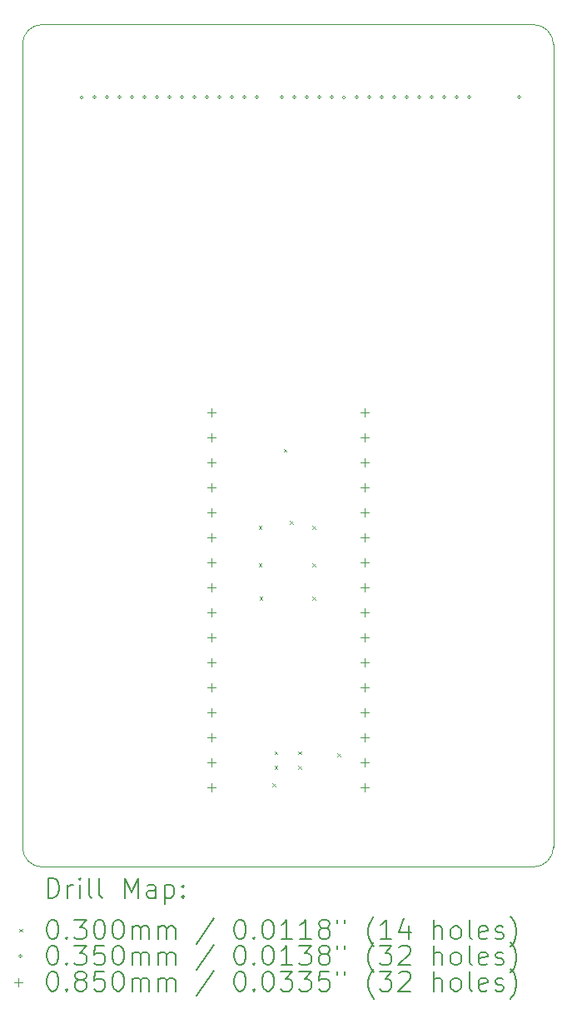
<source format=gbr>
%TF.GenerationSoftware,KiCad,Pcbnew,7.0.8*%
%TF.CreationDate,2023-11-19T22:04:54+01:00*%
%TF.ProjectId,ProtoHu_revA_layer1,50726f74-6f48-4755-9f72-6576415f6c61,rev?*%
%TF.SameCoordinates,Original*%
%TF.FileFunction,Drillmap*%
%TF.FilePolarity,Positive*%
%FSLAX45Y45*%
G04 Gerber Fmt 4.5, Leading zero omitted, Abs format (unit mm)*
G04 Created by KiCad (PCBNEW 7.0.8) date 2023-11-19 22:04:54*
%MOMM*%
%LPD*%
G01*
G04 APERTURE LIST*
%ADD10C,0.050000*%
%ADD11C,0.200000*%
%ADD12C,0.030000*%
%ADD13C,0.035000*%
%ADD14C,0.085000*%
G04 APERTURE END LIST*
D10*
X17548860Y-14580260D02*
X17548860Y-6420460D01*
X12151360Y-14580260D02*
G75*
G03*
X12351360Y-14780260I200000J0D01*
G01*
X12351360Y-6220460D02*
G75*
G03*
X12151360Y-6420460I0J-200000D01*
G01*
X17348860Y-14780260D02*
G75*
G03*
X17548860Y-14580260I0J200000D01*
G01*
X12351360Y-14780260D02*
X17348860Y-14780260D01*
X12151360Y-6420460D02*
X12151360Y-14580260D01*
X17548860Y-6420460D02*
G75*
G03*
X17348860Y-6220460I-200000J0D01*
G01*
X17348860Y-6220460D02*
X12351360Y-6220460D01*
D11*
D12*
X14551900Y-11313400D02*
X14581900Y-11343400D01*
X14581900Y-11313400D02*
X14551900Y-11343400D01*
X14551900Y-11694400D02*
X14581900Y-11724400D01*
X14581900Y-11694400D02*
X14551900Y-11724400D01*
X14560000Y-12035000D02*
X14590000Y-12065000D01*
X14590000Y-12035000D02*
X14560000Y-12065000D01*
X14691600Y-13929600D02*
X14721600Y-13959600D01*
X14721600Y-13929600D02*
X14691600Y-13959600D01*
X14715000Y-13605000D02*
X14745000Y-13635000D01*
X14745000Y-13605000D02*
X14715000Y-13635000D01*
X14715000Y-13755000D02*
X14745000Y-13785000D01*
X14745000Y-13755000D02*
X14715000Y-13785000D01*
X14809000Y-10532060D02*
X14839000Y-10562060D01*
X14839000Y-10532060D02*
X14809000Y-10562060D01*
X14869400Y-11262600D02*
X14899400Y-11292600D01*
X14899400Y-11262600D02*
X14869400Y-11292600D01*
X14955000Y-13605000D02*
X14985000Y-13635000D01*
X14985000Y-13605000D02*
X14955000Y-13635000D01*
X14955000Y-13755000D02*
X14985000Y-13785000D01*
X14985000Y-13755000D02*
X14955000Y-13785000D01*
X15098000Y-11313400D02*
X15128000Y-11343400D01*
X15128000Y-11313400D02*
X15098000Y-11343400D01*
X15098000Y-11694400D02*
X15128000Y-11724400D01*
X15128000Y-11694400D02*
X15098000Y-11724400D01*
X15098000Y-12035000D02*
X15128000Y-12065000D01*
X15128000Y-12035000D02*
X15098000Y-12065000D01*
X15352000Y-13624800D02*
X15382000Y-13654800D01*
X15382000Y-13624800D02*
X15352000Y-13654800D01*
D13*
X12768300Y-6959600D02*
G75*
G03*
X12768300Y-6959600I-17500J0D01*
G01*
X12897840Y-6957060D02*
G75*
G03*
X12897840Y-6957060I-17500J0D01*
G01*
X13024840Y-6957060D02*
G75*
G03*
X13024840Y-6957060I-17500J0D01*
G01*
X13151840Y-6957060D02*
G75*
G03*
X13151840Y-6957060I-17500J0D01*
G01*
X13278840Y-6957060D02*
G75*
G03*
X13278840Y-6957060I-17500J0D01*
G01*
X13405840Y-6957060D02*
G75*
G03*
X13405840Y-6957060I-17500J0D01*
G01*
X13532840Y-6957060D02*
G75*
G03*
X13532840Y-6957060I-17500J0D01*
G01*
X13659840Y-6957060D02*
G75*
G03*
X13659840Y-6957060I-17500J0D01*
G01*
X13786840Y-6957060D02*
G75*
G03*
X13786840Y-6957060I-17500J0D01*
G01*
X13913840Y-6957060D02*
G75*
G03*
X13913840Y-6957060I-17500J0D01*
G01*
X14040840Y-6957060D02*
G75*
G03*
X14040840Y-6957060I-17500J0D01*
G01*
X14167840Y-6957060D02*
G75*
G03*
X14167840Y-6957060I-17500J0D01*
G01*
X14294840Y-6957060D02*
G75*
G03*
X14294840Y-6957060I-17500J0D01*
G01*
X14421840Y-6957060D02*
G75*
G03*
X14421840Y-6957060I-17500J0D01*
G01*
X14548840Y-6957060D02*
G75*
G03*
X14548840Y-6957060I-17500J0D01*
G01*
X14802840Y-6957060D02*
G75*
G03*
X14802840Y-6957060I-17500J0D01*
G01*
X14929840Y-6957060D02*
G75*
G03*
X14929840Y-6957060I-17500J0D01*
G01*
X15056840Y-6957060D02*
G75*
G03*
X15056840Y-6957060I-17500J0D01*
G01*
X15183840Y-6957060D02*
G75*
G03*
X15183840Y-6957060I-17500J0D01*
G01*
X15310840Y-6957060D02*
G75*
G03*
X15310840Y-6957060I-17500J0D01*
G01*
X15435300Y-6959600D02*
G75*
G03*
X15435300Y-6959600I-17500J0D01*
G01*
X15564840Y-6957060D02*
G75*
G03*
X15564840Y-6957060I-17500J0D01*
G01*
X15691840Y-6957060D02*
G75*
G03*
X15691840Y-6957060I-17500J0D01*
G01*
X15818840Y-6957060D02*
G75*
G03*
X15818840Y-6957060I-17500J0D01*
G01*
X15945840Y-6957060D02*
G75*
G03*
X15945840Y-6957060I-17500J0D01*
G01*
X16072840Y-6957060D02*
G75*
G03*
X16072840Y-6957060I-17500J0D01*
G01*
X16199840Y-6957060D02*
G75*
G03*
X16199840Y-6957060I-17500J0D01*
G01*
X16326840Y-6957060D02*
G75*
G03*
X16326840Y-6957060I-17500J0D01*
G01*
X16453840Y-6957060D02*
G75*
G03*
X16453840Y-6957060I-17500J0D01*
G01*
X16580840Y-6957060D02*
G75*
G03*
X16580840Y-6957060I-17500J0D01*
G01*
X16707840Y-6957060D02*
G75*
G03*
X16707840Y-6957060I-17500J0D01*
G01*
X17215840Y-6957060D02*
G75*
G03*
X17215840Y-6957060I-17500J0D01*
G01*
D14*
X14071600Y-10117500D02*
X14071600Y-10202500D01*
X14029100Y-10160000D02*
X14114100Y-10160000D01*
X14071600Y-10371500D02*
X14071600Y-10456500D01*
X14029100Y-10414000D02*
X14114100Y-10414000D01*
X14071600Y-10625500D02*
X14071600Y-10710500D01*
X14029100Y-10668000D02*
X14114100Y-10668000D01*
X14071600Y-10879500D02*
X14071600Y-10964500D01*
X14029100Y-10922000D02*
X14114100Y-10922000D01*
X14071600Y-11133500D02*
X14071600Y-11218500D01*
X14029100Y-11176000D02*
X14114100Y-11176000D01*
X14071600Y-11387500D02*
X14071600Y-11472500D01*
X14029100Y-11430000D02*
X14114100Y-11430000D01*
X14071600Y-11641500D02*
X14071600Y-11726500D01*
X14029100Y-11684000D02*
X14114100Y-11684000D01*
X14071600Y-11895500D02*
X14071600Y-11980500D01*
X14029100Y-11938000D02*
X14114100Y-11938000D01*
X14071600Y-12149500D02*
X14071600Y-12234500D01*
X14029100Y-12192000D02*
X14114100Y-12192000D01*
X14071600Y-12403500D02*
X14071600Y-12488500D01*
X14029100Y-12446000D02*
X14114100Y-12446000D01*
X14071600Y-12657500D02*
X14071600Y-12742500D01*
X14029100Y-12700000D02*
X14114100Y-12700000D01*
X14071600Y-12911500D02*
X14071600Y-12996500D01*
X14029100Y-12954000D02*
X14114100Y-12954000D01*
X14071600Y-13165500D02*
X14071600Y-13250500D01*
X14029100Y-13208000D02*
X14114100Y-13208000D01*
X14071600Y-13419500D02*
X14071600Y-13504500D01*
X14029100Y-13462000D02*
X14114100Y-13462000D01*
X14071600Y-13673500D02*
X14071600Y-13758500D01*
X14029100Y-13716000D02*
X14114100Y-13716000D01*
X14071600Y-13927500D02*
X14071600Y-14012500D01*
X14029100Y-13970000D02*
X14114100Y-13970000D01*
X15627400Y-10117500D02*
X15627400Y-10202500D01*
X15584900Y-10160000D02*
X15669900Y-10160000D01*
X15627400Y-10371500D02*
X15627400Y-10456500D01*
X15584900Y-10414000D02*
X15669900Y-10414000D01*
X15627400Y-10625500D02*
X15627400Y-10710500D01*
X15584900Y-10668000D02*
X15669900Y-10668000D01*
X15627400Y-10879500D02*
X15627400Y-10964500D01*
X15584900Y-10922000D02*
X15669900Y-10922000D01*
X15627400Y-11133500D02*
X15627400Y-11218500D01*
X15584900Y-11176000D02*
X15669900Y-11176000D01*
X15627400Y-11387500D02*
X15627400Y-11472500D01*
X15584900Y-11430000D02*
X15669900Y-11430000D01*
X15627400Y-11641500D02*
X15627400Y-11726500D01*
X15584900Y-11684000D02*
X15669900Y-11684000D01*
X15627400Y-11895500D02*
X15627400Y-11980500D01*
X15584900Y-11938000D02*
X15669900Y-11938000D01*
X15627400Y-12149500D02*
X15627400Y-12234500D01*
X15584900Y-12192000D02*
X15669900Y-12192000D01*
X15627400Y-12403500D02*
X15627400Y-12488500D01*
X15584900Y-12446000D02*
X15669900Y-12446000D01*
X15627400Y-12657500D02*
X15627400Y-12742500D01*
X15584900Y-12700000D02*
X15669900Y-12700000D01*
X15627400Y-12911500D02*
X15627400Y-12996500D01*
X15584900Y-12954000D02*
X15669900Y-12954000D01*
X15627400Y-13165500D02*
X15627400Y-13250500D01*
X15584900Y-13208000D02*
X15669900Y-13208000D01*
X15627400Y-13419500D02*
X15627400Y-13504500D01*
X15584900Y-13462000D02*
X15669900Y-13462000D01*
X15627400Y-13673500D02*
X15627400Y-13758500D01*
X15584900Y-13716000D02*
X15669900Y-13716000D01*
X15627400Y-13927500D02*
X15627400Y-14012500D01*
X15584900Y-13970000D02*
X15669900Y-13970000D01*
D11*
X12409637Y-15094244D02*
X12409637Y-14894244D01*
X12409637Y-14894244D02*
X12457256Y-14894244D01*
X12457256Y-14894244D02*
X12485827Y-14903768D01*
X12485827Y-14903768D02*
X12504875Y-14922815D01*
X12504875Y-14922815D02*
X12514399Y-14941863D01*
X12514399Y-14941863D02*
X12523922Y-14979958D01*
X12523922Y-14979958D02*
X12523922Y-15008529D01*
X12523922Y-15008529D02*
X12514399Y-15046625D01*
X12514399Y-15046625D02*
X12504875Y-15065672D01*
X12504875Y-15065672D02*
X12485827Y-15084720D01*
X12485827Y-15084720D02*
X12457256Y-15094244D01*
X12457256Y-15094244D02*
X12409637Y-15094244D01*
X12609637Y-15094244D02*
X12609637Y-14960910D01*
X12609637Y-14999006D02*
X12619161Y-14979958D01*
X12619161Y-14979958D02*
X12628684Y-14970434D01*
X12628684Y-14970434D02*
X12647732Y-14960910D01*
X12647732Y-14960910D02*
X12666780Y-14960910D01*
X12733446Y-15094244D02*
X12733446Y-14960910D01*
X12733446Y-14894244D02*
X12723922Y-14903768D01*
X12723922Y-14903768D02*
X12733446Y-14913291D01*
X12733446Y-14913291D02*
X12742970Y-14903768D01*
X12742970Y-14903768D02*
X12733446Y-14894244D01*
X12733446Y-14894244D02*
X12733446Y-14913291D01*
X12857256Y-15094244D02*
X12838208Y-15084720D01*
X12838208Y-15084720D02*
X12828684Y-15065672D01*
X12828684Y-15065672D02*
X12828684Y-14894244D01*
X12962018Y-15094244D02*
X12942970Y-15084720D01*
X12942970Y-15084720D02*
X12933446Y-15065672D01*
X12933446Y-15065672D02*
X12933446Y-14894244D01*
X13190589Y-15094244D02*
X13190589Y-14894244D01*
X13190589Y-14894244D02*
X13257256Y-15037101D01*
X13257256Y-15037101D02*
X13323922Y-14894244D01*
X13323922Y-14894244D02*
X13323922Y-15094244D01*
X13504875Y-15094244D02*
X13504875Y-14989482D01*
X13504875Y-14989482D02*
X13495351Y-14970434D01*
X13495351Y-14970434D02*
X13476303Y-14960910D01*
X13476303Y-14960910D02*
X13438208Y-14960910D01*
X13438208Y-14960910D02*
X13419161Y-14970434D01*
X13504875Y-15084720D02*
X13485827Y-15094244D01*
X13485827Y-15094244D02*
X13438208Y-15094244D01*
X13438208Y-15094244D02*
X13419161Y-15084720D01*
X13419161Y-15084720D02*
X13409637Y-15065672D01*
X13409637Y-15065672D02*
X13409637Y-15046625D01*
X13409637Y-15046625D02*
X13419161Y-15027577D01*
X13419161Y-15027577D02*
X13438208Y-15018053D01*
X13438208Y-15018053D02*
X13485827Y-15018053D01*
X13485827Y-15018053D02*
X13504875Y-15008529D01*
X13600113Y-14960910D02*
X13600113Y-15160910D01*
X13600113Y-14970434D02*
X13619161Y-14960910D01*
X13619161Y-14960910D02*
X13657256Y-14960910D01*
X13657256Y-14960910D02*
X13676303Y-14970434D01*
X13676303Y-14970434D02*
X13685827Y-14979958D01*
X13685827Y-14979958D02*
X13695351Y-14999006D01*
X13695351Y-14999006D02*
X13695351Y-15056148D01*
X13695351Y-15056148D02*
X13685827Y-15075196D01*
X13685827Y-15075196D02*
X13676303Y-15084720D01*
X13676303Y-15084720D02*
X13657256Y-15094244D01*
X13657256Y-15094244D02*
X13619161Y-15094244D01*
X13619161Y-15094244D02*
X13600113Y-15084720D01*
X13781065Y-15075196D02*
X13790589Y-15084720D01*
X13790589Y-15084720D02*
X13781065Y-15094244D01*
X13781065Y-15094244D02*
X13771542Y-15084720D01*
X13771542Y-15084720D02*
X13781065Y-15075196D01*
X13781065Y-15075196D02*
X13781065Y-15094244D01*
X13781065Y-14970434D02*
X13790589Y-14979958D01*
X13790589Y-14979958D02*
X13781065Y-14989482D01*
X13781065Y-14989482D02*
X13771542Y-14979958D01*
X13771542Y-14979958D02*
X13781065Y-14970434D01*
X13781065Y-14970434D02*
X13781065Y-14989482D01*
D12*
X12118860Y-15407760D02*
X12148860Y-15437760D01*
X12148860Y-15407760D02*
X12118860Y-15437760D01*
D11*
X12447732Y-15314244D02*
X12466780Y-15314244D01*
X12466780Y-15314244D02*
X12485827Y-15323768D01*
X12485827Y-15323768D02*
X12495351Y-15333291D01*
X12495351Y-15333291D02*
X12504875Y-15352339D01*
X12504875Y-15352339D02*
X12514399Y-15390434D01*
X12514399Y-15390434D02*
X12514399Y-15438053D01*
X12514399Y-15438053D02*
X12504875Y-15476148D01*
X12504875Y-15476148D02*
X12495351Y-15495196D01*
X12495351Y-15495196D02*
X12485827Y-15504720D01*
X12485827Y-15504720D02*
X12466780Y-15514244D01*
X12466780Y-15514244D02*
X12447732Y-15514244D01*
X12447732Y-15514244D02*
X12428684Y-15504720D01*
X12428684Y-15504720D02*
X12419161Y-15495196D01*
X12419161Y-15495196D02*
X12409637Y-15476148D01*
X12409637Y-15476148D02*
X12400113Y-15438053D01*
X12400113Y-15438053D02*
X12400113Y-15390434D01*
X12400113Y-15390434D02*
X12409637Y-15352339D01*
X12409637Y-15352339D02*
X12419161Y-15333291D01*
X12419161Y-15333291D02*
X12428684Y-15323768D01*
X12428684Y-15323768D02*
X12447732Y-15314244D01*
X12600113Y-15495196D02*
X12609637Y-15504720D01*
X12609637Y-15504720D02*
X12600113Y-15514244D01*
X12600113Y-15514244D02*
X12590589Y-15504720D01*
X12590589Y-15504720D02*
X12600113Y-15495196D01*
X12600113Y-15495196D02*
X12600113Y-15514244D01*
X12676303Y-15314244D02*
X12800113Y-15314244D01*
X12800113Y-15314244D02*
X12733446Y-15390434D01*
X12733446Y-15390434D02*
X12762018Y-15390434D01*
X12762018Y-15390434D02*
X12781065Y-15399958D01*
X12781065Y-15399958D02*
X12790589Y-15409482D01*
X12790589Y-15409482D02*
X12800113Y-15428529D01*
X12800113Y-15428529D02*
X12800113Y-15476148D01*
X12800113Y-15476148D02*
X12790589Y-15495196D01*
X12790589Y-15495196D02*
X12781065Y-15504720D01*
X12781065Y-15504720D02*
X12762018Y-15514244D01*
X12762018Y-15514244D02*
X12704875Y-15514244D01*
X12704875Y-15514244D02*
X12685827Y-15504720D01*
X12685827Y-15504720D02*
X12676303Y-15495196D01*
X12923922Y-15314244D02*
X12942970Y-15314244D01*
X12942970Y-15314244D02*
X12962018Y-15323768D01*
X12962018Y-15323768D02*
X12971542Y-15333291D01*
X12971542Y-15333291D02*
X12981065Y-15352339D01*
X12981065Y-15352339D02*
X12990589Y-15390434D01*
X12990589Y-15390434D02*
X12990589Y-15438053D01*
X12990589Y-15438053D02*
X12981065Y-15476148D01*
X12981065Y-15476148D02*
X12971542Y-15495196D01*
X12971542Y-15495196D02*
X12962018Y-15504720D01*
X12962018Y-15504720D02*
X12942970Y-15514244D01*
X12942970Y-15514244D02*
X12923922Y-15514244D01*
X12923922Y-15514244D02*
X12904875Y-15504720D01*
X12904875Y-15504720D02*
X12895351Y-15495196D01*
X12895351Y-15495196D02*
X12885827Y-15476148D01*
X12885827Y-15476148D02*
X12876303Y-15438053D01*
X12876303Y-15438053D02*
X12876303Y-15390434D01*
X12876303Y-15390434D02*
X12885827Y-15352339D01*
X12885827Y-15352339D02*
X12895351Y-15333291D01*
X12895351Y-15333291D02*
X12904875Y-15323768D01*
X12904875Y-15323768D02*
X12923922Y-15314244D01*
X13114399Y-15314244D02*
X13133446Y-15314244D01*
X13133446Y-15314244D02*
X13152494Y-15323768D01*
X13152494Y-15323768D02*
X13162018Y-15333291D01*
X13162018Y-15333291D02*
X13171542Y-15352339D01*
X13171542Y-15352339D02*
X13181065Y-15390434D01*
X13181065Y-15390434D02*
X13181065Y-15438053D01*
X13181065Y-15438053D02*
X13171542Y-15476148D01*
X13171542Y-15476148D02*
X13162018Y-15495196D01*
X13162018Y-15495196D02*
X13152494Y-15504720D01*
X13152494Y-15504720D02*
X13133446Y-15514244D01*
X13133446Y-15514244D02*
X13114399Y-15514244D01*
X13114399Y-15514244D02*
X13095351Y-15504720D01*
X13095351Y-15504720D02*
X13085827Y-15495196D01*
X13085827Y-15495196D02*
X13076303Y-15476148D01*
X13076303Y-15476148D02*
X13066780Y-15438053D01*
X13066780Y-15438053D02*
X13066780Y-15390434D01*
X13066780Y-15390434D02*
X13076303Y-15352339D01*
X13076303Y-15352339D02*
X13085827Y-15333291D01*
X13085827Y-15333291D02*
X13095351Y-15323768D01*
X13095351Y-15323768D02*
X13114399Y-15314244D01*
X13266780Y-15514244D02*
X13266780Y-15380910D01*
X13266780Y-15399958D02*
X13276303Y-15390434D01*
X13276303Y-15390434D02*
X13295351Y-15380910D01*
X13295351Y-15380910D02*
X13323923Y-15380910D01*
X13323923Y-15380910D02*
X13342970Y-15390434D01*
X13342970Y-15390434D02*
X13352494Y-15409482D01*
X13352494Y-15409482D02*
X13352494Y-15514244D01*
X13352494Y-15409482D02*
X13362018Y-15390434D01*
X13362018Y-15390434D02*
X13381065Y-15380910D01*
X13381065Y-15380910D02*
X13409637Y-15380910D01*
X13409637Y-15380910D02*
X13428684Y-15390434D01*
X13428684Y-15390434D02*
X13438208Y-15409482D01*
X13438208Y-15409482D02*
X13438208Y-15514244D01*
X13533446Y-15514244D02*
X13533446Y-15380910D01*
X13533446Y-15399958D02*
X13542970Y-15390434D01*
X13542970Y-15390434D02*
X13562018Y-15380910D01*
X13562018Y-15380910D02*
X13590589Y-15380910D01*
X13590589Y-15380910D02*
X13609637Y-15390434D01*
X13609637Y-15390434D02*
X13619161Y-15409482D01*
X13619161Y-15409482D02*
X13619161Y-15514244D01*
X13619161Y-15409482D02*
X13628684Y-15390434D01*
X13628684Y-15390434D02*
X13647732Y-15380910D01*
X13647732Y-15380910D02*
X13676303Y-15380910D01*
X13676303Y-15380910D02*
X13695351Y-15390434D01*
X13695351Y-15390434D02*
X13704875Y-15409482D01*
X13704875Y-15409482D02*
X13704875Y-15514244D01*
X14095351Y-15304720D02*
X13923923Y-15561863D01*
X14352494Y-15314244D02*
X14371542Y-15314244D01*
X14371542Y-15314244D02*
X14390589Y-15323768D01*
X14390589Y-15323768D02*
X14400113Y-15333291D01*
X14400113Y-15333291D02*
X14409637Y-15352339D01*
X14409637Y-15352339D02*
X14419161Y-15390434D01*
X14419161Y-15390434D02*
X14419161Y-15438053D01*
X14419161Y-15438053D02*
X14409637Y-15476148D01*
X14409637Y-15476148D02*
X14400113Y-15495196D01*
X14400113Y-15495196D02*
X14390589Y-15504720D01*
X14390589Y-15504720D02*
X14371542Y-15514244D01*
X14371542Y-15514244D02*
X14352494Y-15514244D01*
X14352494Y-15514244D02*
X14333446Y-15504720D01*
X14333446Y-15504720D02*
X14323923Y-15495196D01*
X14323923Y-15495196D02*
X14314399Y-15476148D01*
X14314399Y-15476148D02*
X14304875Y-15438053D01*
X14304875Y-15438053D02*
X14304875Y-15390434D01*
X14304875Y-15390434D02*
X14314399Y-15352339D01*
X14314399Y-15352339D02*
X14323923Y-15333291D01*
X14323923Y-15333291D02*
X14333446Y-15323768D01*
X14333446Y-15323768D02*
X14352494Y-15314244D01*
X14504875Y-15495196D02*
X14514399Y-15504720D01*
X14514399Y-15504720D02*
X14504875Y-15514244D01*
X14504875Y-15514244D02*
X14495351Y-15504720D01*
X14495351Y-15504720D02*
X14504875Y-15495196D01*
X14504875Y-15495196D02*
X14504875Y-15514244D01*
X14638208Y-15314244D02*
X14657256Y-15314244D01*
X14657256Y-15314244D02*
X14676304Y-15323768D01*
X14676304Y-15323768D02*
X14685827Y-15333291D01*
X14685827Y-15333291D02*
X14695351Y-15352339D01*
X14695351Y-15352339D02*
X14704875Y-15390434D01*
X14704875Y-15390434D02*
X14704875Y-15438053D01*
X14704875Y-15438053D02*
X14695351Y-15476148D01*
X14695351Y-15476148D02*
X14685827Y-15495196D01*
X14685827Y-15495196D02*
X14676304Y-15504720D01*
X14676304Y-15504720D02*
X14657256Y-15514244D01*
X14657256Y-15514244D02*
X14638208Y-15514244D01*
X14638208Y-15514244D02*
X14619161Y-15504720D01*
X14619161Y-15504720D02*
X14609637Y-15495196D01*
X14609637Y-15495196D02*
X14600113Y-15476148D01*
X14600113Y-15476148D02*
X14590589Y-15438053D01*
X14590589Y-15438053D02*
X14590589Y-15390434D01*
X14590589Y-15390434D02*
X14600113Y-15352339D01*
X14600113Y-15352339D02*
X14609637Y-15333291D01*
X14609637Y-15333291D02*
X14619161Y-15323768D01*
X14619161Y-15323768D02*
X14638208Y-15314244D01*
X14895351Y-15514244D02*
X14781066Y-15514244D01*
X14838208Y-15514244D02*
X14838208Y-15314244D01*
X14838208Y-15314244D02*
X14819161Y-15342815D01*
X14819161Y-15342815D02*
X14800113Y-15361863D01*
X14800113Y-15361863D02*
X14781066Y-15371387D01*
X15085827Y-15514244D02*
X14971542Y-15514244D01*
X15028685Y-15514244D02*
X15028685Y-15314244D01*
X15028685Y-15314244D02*
X15009637Y-15342815D01*
X15009637Y-15342815D02*
X14990589Y-15361863D01*
X14990589Y-15361863D02*
X14971542Y-15371387D01*
X15200113Y-15399958D02*
X15181066Y-15390434D01*
X15181066Y-15390434D02*
X15171542Y-15380910D01*
X15171542Y-15380910D02*
X15162018Y-15361863D01*
X15162018Y-15361863D02*
X15162018Y-15352339D01*
X15162018Y-15352339D02*
X15171542Y-15333291D01*
X15171542Y-15333291D02*
X15181066Y-15323768D01*
X15181066Y-15323768D02*
X15200113Y-15314244D01*
X15200113Y-15314244D02*
X15238208Y-15314244D01*
X15238208Y-15314244D02*
X15257256Y-15323768D01*
X15257256Y-15323768D02*
X15266780Y-15333291D01*
X15266780Y-15333291D02*
X15276304Y-15352339D01*
X15276304Y-15352339D02*
X15276304Y-15361863D01*
X15276304Y-15361863D02*
X15266780Y-15380910D01*
X15266780Y-15380910D02*
X15257256Y-15390434D01*
X15257256Y-15390434D02*
X15238208Y-15399958D01*
X15238208Y-15399958D02*
X15200113Y-15399958D01*
X15200113Y-15399958D02*
X15181066Y-15409482D01*
X15181066Y-15409482D02*
X15171542Y-15419006D01*
X15171542Y-15419006D02*
X15162018Y-15438053D01*
X15162018Y-15438053D02*
X15162018Y-15476148D01*
X15162018Y-15476148D02*
X15171542Y-15495196D01*
X15171542Y-15495196D02*
X15181066Y-15504720D01*
X15181066Y-15504720D02*
X15200113Y-15514244D01*
X15200113Y-15514244D02*
X15238208Y-15514244D01*
X15238208Y-15514244D02*
X15257256Y-15504720D01*
X15257256Y-15504720D02*
X15266780Y-15495196D01*
X15266780Y-15495196D02*
X15276304Y-15476148D01*
X15276304Y-15476148D02*
X15276304Y-15438053D01*
X15276304Y-15438053D02*
X15266780Y-15419006D01*
X15266780Y-15419006D02*
X15257256Y-15409482D01*
X15257256Y-15409482D02*
X15238208Y-15399958D01*
X15352494Y-15314244D02*
X15352494Y-15352339D01*
X15428685Y-15314244D02*
X15428685Y-15352339D01*
X15723923Y-15590434D02*
X15714399Y-15580910D01*
X15714399Y-15580910D02*
X15695351Y-15552339D01*
X15695351Y-15552339D02*
X15685828Y-15533291D01*
X15685828Y-15533291D02*
X15676304Y-15504720D01*
X15676304Y-15504720D02*
X15666780Y-15457101D01*
X15666780Y-15457101D02*
X15666780Y-15419006D01*
X15666780Y-15419006D02*
X15676304Y-15371387D01*
X15676304Y-15371387D02*
X15685828Y-15342815D01*
X15685828Y-15342815D02*
X15695351Y-15323768D01*
X15695351Y-15323768D02*
X15714399Y-15295196D01*
X15714399Y-15295196D02*
X15723923Y-15285672D01*
X15904875Y-15514244D02*
X15790589Y-15514244D01*
X15847732Y-15514244D02*
X15847732Y-15314244D01*
X15847732Y-15314244D02*
X15828685Y-15342815D01*
X15828685Y-15342815D02*
X15809637Y-15361863D01*
X15809637Y-15361863D02*
X15790589Y-15371387D01*
X16076304Y-15380910D02*
X16076304Y-15514244D01*
X16028685Y-15304720D02*
X15981066Y-15447577D01*
X15981066Y-15447577D02*
X16104875Y-15447577D01*
X16333447Y-15514244D02*
X16333447Y-15314244D01*
X16419161Y-15514244D02*
X16419161Y-15409482D01*
X16419161Y-15409482D02*
X16409637Y-15390434D01*
X16409637Y-15390434D02*
X16390590Y-15380910D01*
X16390590Y-15380910D02*
X16362018Y-15380910D01*
X16362018Y-15380910D02*
X16342970Y-15390434D01*
X16342970Y-15390434D02*
X16333447Y-15399958D01*
X16542970Y-15514244D02*
X16523923Y-15504720D01*
X16523923Y-15504720D02*
X16514399Y-15495196D01*
X16514399Y-15495196D02*
X16504875Y-15476148D01*
X16504875Y-15476148D02*
X16504875Y-15419006D01*
X16504875Y-15419006D02*
X16514399Y-15399958D01*
X16514399Y-15399958D02*
X16523923Y-15390434D01*
X16523923Y-15390434D02*
X16542970Y-15380910D01*
X16542970Y-15380910D02*
X16571542Y-15380910D01*
X16571542Y-15380910D02*
X16590590Y-15390434D01*
X16590590Y-15390434D02*
X16600113Y-15399958D01*
X16600113Y-15399958D02*
X16609637Y-15419006D01*
X16609637Y-15419006D02*
X16609637Y-15476148D01*
X16609637Y-15476148D02*
X16600113Y-15495196D01*
X16600113Y-15495196D02*
X16590590Y-15504720D01*
X16590590Y-15504720D02*
X16571542Y-15514244D01*
X16571542Y-15514244D02*
X16542970Y-15514244D01*
X16723923Y-15514244D02*
X16704875Y-15504720D01*
X16704875Y-15504720D02*
X16695351Y-15485672D01*
X16695351Y-15485672D02*
X16695351Y-15314244D01*
X16876304Y-15504720D02*
X16857256Y-15514244D01*
X16857256Y-15514244D02*
X16819161Y-15514244D01*
X16819161Y-15514244D02*
X16800113Y-15504720D01*
X16800113Y-15504720D02*
X16790590Y-15485672D01*
X16790590Y-15485672D02*
X16790590Y-15409482D01*
X16790590Y-15409482D02*
X16800113Y-15390434D01*
X16800113Y-15390434D02*
X16819161Y-15380910D01*
X16819161Y-15380910D02*
X16857256Y-15380910D01*
X16857256Y-15380910D02*
X16876304Y-15390434D01*
X16876304Y-15390434D02*
X16885828Y-15409482D01*
X16885828Y-15409482D02*
X16885828Y-15428529D01*
X16885828Y-15428529D02*
X16790590Y-15447577D01*
X16962018Y-15504720D02*
X16981066Y-15514244D01*
X16981066Y-15514244D02*
X17019161Y-15514244D01*
X17019161Y-15514244D02*
X17038209Y-15504720D01*
X17038209Y-15504720D02*
X17047733Y-15485672D01*
X17047733Y-15485672D02*
X17047733Y-15476148D01*
X17047733Y-15476148D02*
X17038209Y-15457101D01*
X17038209Y-15457101D02*
X17019161Y-15447577D01*
X17019161Y-15447577D02*
X16990590Y-15447577D01*
X16990590Y-15447577D02*
X16971542Y-15438053D01*
X16971542Y-15438053D02*
X16962018Y-15419006D01*
X16962018Y-15419006D02*
X16962018Y-15409482D01*
X16962018Y-15409482D02*
X16971542Y-15390434D01*
X16971542Y-15390434D02*
X16990590Y-15380910D01*
X16990590Y-15380910D02*
X17019161Y-15380910D01*
X17019161Y-15380910D02*
X17038209Y-15390434D01*
X17114399Y-15590434D02*
X17123923Y-15580910D01*
X17123923Y-15580910D02*
X17142971Y-15552339D01*
X17142971Y-15552339D02*
X17152494Y-15533291D01*
X17152494Y-15533291D02*
X17162018Y-15504720D01*
X17162018Y-15504720D02*
X17171542Y-15457101D01*
X17171542Y-15457101D02*
X17171542Y-15419006D01*
X17171542Y-15419006D02*
X17162018Y-15371387D01*
X17162018Y-15371387D02*
X17152494Y-15342815D01*
X17152494Y-15342815D02*
X17142971Y-15323768D01*
X17142971Y-15323768D02*
X17123923Y-15295196D01*
X17123923Y-15295196D02*
X17114399Y-15285672D01*
D13*
X12148860Y-15686760D02*
G75*
G03*
X12148860Y-15686760I-17500J0D01*
G01*
D11*
X12447732Y-15578244D02*
X12466780Y-15578244D01*
X12466780Y-15578244D02*
X12485827Y-15587768D01*
X12485827Y-15587768D02*
X12495351Y-15597291D01*
X12495351Y-15597291D02*
X12504875Y-15616339D01*
X12504875Y-15616339D02*
X12514399Y-15654434D01*
X12514399Y-15654434D02*
X12514399Y-15702053D01*
X12514399Y-15702053D02*
X12504875Y-15740148D01*
X12504875Y-15740148D02*
X12495351Y-15759196D01*
X12495351Y-15759196D02*
X12485827Y-15768720D01*
X12485827Y-15768720D02*
X12466780Y-15778244D01*
X12466780Y-15778244D02*
X12447732Y-15778244D01*
X12447732Y-15778244D02*
X12428684Y-15768720D01*
X12428684Y-15768720D02*
X12419161Y-15759196D01*
X12419161Y-15759196D02*
X12409637Y-15740148D01*
X12409637Y-15740148D02*
X12400113Y-15702053D01*
X12400113Y-15702053D02*
X12400113Y-15654434D01*
X12400113Y-15654434D02*
X12409637Y-15616339D01*
X12409637Y-15616339D02*
X12419161Y-15597291D01*
X12419161Y-15597291D02*
X12428684Y-15587768D01*
X12428684Y-15587768D02*
X12447732Y-15578244D01*
X12600113Y-15759196D02*
X12609637Y-15768720D01*
X12609637Y-15768720D02*
X12600113Y-15778244D01*
X12600113Y-15778244D02*
X12590589Y-15768720D01*
X12590589Y-15768720D02*
X12600113Y-15759196D01*
X12600113Y-15759196D02*
X12600113Y-15778244D01*
X12676303Y-15578244D02*
X12800113Y-15578244D01*
X12800113Y-15578244D02*
X12733446Y-15654434D01*
X12733446Y-15654434D02*
X12762018Y-15654434D01*
X12762018Y-15654434D02*
X12781065Y-15663958D01*
X12781065Y-15663958D02*
X12790589Y-15673482D01*
X12790589Y-15673482D02*
X12800113Y-15692529D01*
X12800113Y-15692529D02*
X12800113Y-15740148D01*
X12800113Y-15740148D02*
X12790589Y-15759196D01*
X12790589Y-15759196D02*
X12781065Y-15768720D01*
X12781065Y-15768720D02*
X12762018Y-15778244D01*
X12762018Y-15778244D02*
X12704875Y-15778244D01*
X12704875Y-15778244D02*
X12685827Y-15768720D01*
X12685827Y-15768720D02*
X12676303Y-15759196D01*
X12981065Y-15578244D02*
X12885827Y-15578244D01*
X12885827Y-15578244D02*
X12876303Y-15673482D01*
X12876303Y-15673482D02*
X12885827Y-15663958D01*
X12885827Y-15663958D02*
X12904875Y-15654434D01*
X12904875Y-15654434D02*
X12952494Y-15654434D01*
X12952494Y-15654434D02*
X12971542Y-15663958D01*
X12971542Y-15663958D02*
X12981065Y-15673482D01*
X12981065Y-15673482D02*
X12990589Y-15692529D01*
X12990589Y-15692529D02*
X12990589Y-15740148D01*
X12990589Y-15740148D02*
X12981065Y-15759196D01*
X12981065Y-15759196D02*
X12971542Y-15768720D01*
X12971542Y-15768720D02*
X12952494Y-15778244D01*
X12952494Y-15778244D02*
X12904875Y-15778244D01*
X12904875Y-15778244D02*
X12885827Y-15768720D01*
X12885827Y-15768720D02*
X12876303Y-15759196D01*
X13114399Y-15578244D02*
X13133446Y-15578244D01*
X13133446Y-15578244D02*
X13152494Y-15587768D01*
X13152494Y-15587768D02*
X13162018Y-15597291D01*
X13162018Y-15597291D02*
X13171542Y-15616339D01*
X13171542Y-15616339D02*
X13181065Y-15654434D01*
X13181065Y-15654434D02*
X13181065Y-15702053D01*
X13181065Y-15702053D02*
X13171542Y-15740148D01*
X13171542Y-15740148D02*
X13162018Y-15759196D01*
X13162018Y-15759196D02*
X13152494Y-15768720D01*
X13152494Y-15768720D02*
X13133446Y-15778244D01*
X13133446Y-15778244D02*
X13114399Y-15778244D01*
X13114399Y-15778244D02*
X13095351Y-15768720D01*
X13095351Y-15768720D02*
X13085827Y-15759196D01*
X13085827Y-15759196D02*
X13076303Y-15740148D01*
X13076303Y-15740148D02*
X13066780Y-15702053D01*
X13066780Y-15702053D02*
X13066780Y-15654434D01*
X13066780Y-15654434D02*
X13076303Y-15616339D01*
X13076303Y-15616339D02*
X13085827Y-15597291D01*
X13085827Y-15597291D02*
X13095351Y-15587768D01*
X13095351Y-15587768D02*
X13114399Y-15578244D01*
X13266780Y-15778244D02*
X13266780Y-15644910D01*
X13266780Y-15663958D02*
X13276303Y-15654434D01*
X13276303Y-15654434D02*
X13295351Y-15644910D01*
X13295351Y-15644910D02*
X13323923Y-15644910D01*
X13323923Y-15644910D02*
X13342970Y-15654434D01*
X13342970Y-15654434D02*
X13352494Y-15673482D01*
X13352494Y-15673482D02*
X13352494Y-15778244D01*
X13352494Y-15673482D02*
X13362018Y-15654434D01*
X13362018Y-15654434D02*
X13381065Y-15644910D01*
X13381065Y-15644910D02*
X13409637Y-15644910D01*
X13409637Y-15644910D02*
X13428684Y-15654434D01*
X13428684Y-15654434D02*
X13438208Y-15673482D01*
X13438208Y-15673482D02*
X13438208Y-15778244D01*
X13533446Y-15778244D02*
X13533446Y-15644910D01*
X13533446Y-15663958D02*
X13542970Y-15654434D01*
X13542970Y-15654434D02*
X13562018Y-15644910D01*
X13562018Y-15644910D02*
X13590589Y-15644910D01*
X13590589Y-15644910D02*
X13609637Y-15654434D01*
X13609637Y-15654434D02*
X13619161Y-15673482D01*
X13619161Y-15673482D02*
X13619161Y-15778244D01*
X13619161Y-15673482D02*
X13628684Y-15654434D01*
X13628684Y-15654434D02*
X13647732Y-15644910D01*
X13647732Y-15644910D02*
X13676303Y-15644910D01*
X13676303Y-15644910D02*
X13695351Y-15654434D01*
X13695351Y-15654434D02*
X13704875Y-15673482D01*
X13704875Y-15673482D02*
X13704875Y-15778244D01*
X14095351Y-15568720D02*
X13923923Y-15825863D01*
X14352494Y-15578244D02*
X14371542Y-15578244D01*
X14371542Y-15578244D02*
X14390589Y-15587768D01*
X14390589Y-15587768D02*
X14400113Y-15597291D01*
X14400113Y-15597291D02*
X14409637Y-15616339D01*
X14409637Y-15616339D02*
X14419161Y-15654434D01*
X14419161Y-15654434D02*
X14419161Y-15702053D01*
X14419161Y-15702053D02*
X14409637Y-15740148D01*
X14409637Y-15740148D02*
X14400113Y-15759196D01*
X14400113Y-15759196D02*
X14390589Y-15768720D01*
X14390589Y-15768720D02*
X14371542Y-15778244D01*
X14371542Y-15778244D02*
X14352494Y-15778244D01*
X14352494Y-15778244D02*
X14333446Y-15768720D01*
X14333446Y-15768720D02*
X14323923Y-15759196D01*
X14323923Y-15759196D02*
X14314399Y-15740148D01*
X14314399Y-15740148D02*
X14304875Y-15702053D01*
X14304875Y-15702053D02*
X14304875Y-15654434D01*
X14304875Y-15654434D02*
X14314399Y-15616339D01*
X14314399Y-15616339D02*
X14323923Y-15597291D01*
X14323923Y-15597291D02*
X14333446Y-15587768D01*
X14333446Y-15587768D02*
X14352494Y-15578244D01*
X14504875Y-15759196D02*
X14514399Y-15768720D01*
X14514399Y-15768720D02*
X14504875Y-15778244D01*
X14504875Y-15778244D02*
X14495351Y-15768720D01*
X14495351Y-15768720D02*
X14504875Y-15759196D01*
X14504875Y-15759196D02*
X14504875Y-15778244D01*
X14638208Y-15578244D02*
X14657256Y-15578244D01*
X14657256Y-15578244D02*
X14676304Y-15587768D01*
X14676304Y-15587768D02*
X14685827Y-15597291D01*
X14685827Y-15597291D02*
X14695351Y-15616339D01*
X14695351Y-15616339D02*
X14704875Y-15654434D01*
X14704875Y-15654434D02*
X14704875Y-15702053D01*
X14704875Y-15702053D02*
X14695351Y-15740148D01*
X14695351Y-15740148D02*
X14685827Y-15759196D01*
X14685827Y-15759196D02*
X14676304Y-15768720D01*
X14676304Y-15768720D02*
X14657256Y-15778244D01*
X14657256Y-15778244D02*
X14638208Y-15778244D01*
X14638208Y-15778244D02*
X14619161Y-15768720D01*
X14619161Y-15768720D02*
X14609637Y-15759196D01*
X14609637Y-15759196D02*
X14600113Y-15740148D01*
X14600113Y-15740148D02*
X14590589Y-15702053D01*
X14590589Y-15702053D02*
X14590589Y-15654434D01*
X14590589Y-15654434D02*
X14600113Y-15616339D01*
X14600113Y-15616339D02*
X14609637Y-15597291D01*
X14609637Y-15597291D02*
X14619161Y-15587768D01*
X14619161Y-15587768D02*
X14638208Y-15578244D01*
X14895351Y-15778244D02*
X14781066Y-15778244D01*
X14838208Y-15778244D02*
X14838208Y-15578244D01*
X14838208Y-15578244D02*
X14819161Y-15606815D01*
X14819161Y-15606815D02*
X14800113Y-15625863D01*
X14800113Y-15625863D02*
X14781066Y-15635387D01*
X14962018Y-15578244D02*
X15085827Y-15578244D01*
X15085827Y-15578244D02*
X15019161Y-15654434D01*
X15019161Y-15654434D02*
X15047732Y-15654434D01*
X15047732Y-15654434D02*
X15066780Y-15663958D01*
X15066780Y-15663958D02*
X15076304Y-15673482D01*
X15076304Y-15673482D02*
X15085827Y-15692529D01*
X15085827Y-15692529D02*
X15085827Y-15740148D01*
X15085827Y-15740148D02*
X15076304Y-15759196D01*
X15076304Y-15759196D02*
X15066780Y-15768720D01*
X15066780Y-15768720D02*
X15047732Y-15778244D01*
X15047732Y-15778244D02*
X14990589Y-15778244D01*
X14990589Y-15778244D02*
X14971542Y-15768720D01*
X14971542Y-15768720D02*
X14962018Y-15759196D01*
X15200113Y-15663958D02*
X15181066Y-15654434D01*
X15181066Y-15654434D02*
X15171542Y-15644910D01*
X15171542Y-15644910D02*
X15162018Y-15625863D01*
X15162018Y-15625863D02*
X15162018Y-15616339D01*
X15162018Y-15616339D02*
X15171542Y-15597291D01*
X15171542Y-15597291D02*
X15181066Y-15587768D01*
X15181066Y-15587768D02*
X15200113Y-15578244D01*
X15200113Y-15578244D02*
X15238208Y-15578244D01*
X15238208Y-15578244D02*
X15257256Y-15587768D01*
X15257256Y-15587768D02*
X15266780Y-15597291D01*
X15266780Y-15597291D02*
X15276304Y-15616339D01*
X15276304Y-15616339D02*
X15276304Y-15625863D01*
X15276304Y-15625863D02*
X15266780Y-15644910D01*
X15266780Y-15644910D02*
X15257256Y-15654434D01*
X15257256Y-15654434D02*
X15238208Y-15663958D01*
X15238208Y-15663958D02*
X15200113Y-15663958D01*
X15200113Y-15663958D02*
X15181066Y-15673482D01*
X15181066Y-15673482D02*
X15171542Y-15683006D01*
X15171542Y-15683006D02*
X15162018Y-15702053D01*
X15162018Y-15702053D02*
X15162018Y-15740148D01*
X15162018Y-15740148D02*
X15171542Y-15759196D01*
X15171542Y-15759196D02*
X15181066Y-15768720D01*
X15181066Y-15768720D02*
X15200113Y-15778244D01*
X15200113Y-15778244D02*
X15238208Y-15778244D01*
X15238208Y-15778244D02*
X15257256Y-15768720D01*
X15257256Y-15768720D02*
X15266780Y-15759196D01*
X15266780Y-15759196D02*
X15276304Y-15740148D01*
X15276304Y-15740148D02*
X15276304Y-15702053D01*
X15276304Y-15702053D02*
X15266780Y-15683006D01*
X15266780Y-15683006D02*
X15257256Y-15673482D01*
X15257256Y-15673482D02*
X15238208Y-15663958D01*
X15352494Y-15578244D02*
X15352494Y-15616339D01*
X15428685Y-15578244D02*
X15428685Y-15616339D01*
X15723923Y-15854434D02*
X15714399Y-15844910D01*
X15714399Y-15844910D02*
X15695351Y-15816339D01*
X15695351Y-15816339D02*
X15685828Y-15797291D01*
X15685828Y-15797291D02*
X15676304Y-15768720D01*
X15676304Y-15768720D02*
X15666780Y-15721101D01*
X15666780Y-15721101D02*
X15666780Y-15683006D01*
X15666780Y-15683006D02*
X15676304Y-15635387D01*
X15676304Y-15635387D02*
X15685828Y-15606815D01*
X15685828Y-15606815D02*
X15695351Y-15587768D01*
X15695351Y-15587768D02*
X15714399Y-15559196D01*
X15714399Y-15559196D02*
X15723923Y-15549672D01*
X15781066Y-15578244D02*
X15904875Y-15578244D01*
X15904875Y-15578244D02*
X15838208Y-15654434D01*
X15838208Y-15654434D02*
X15866780Y-15654434D01*
X15866780Y-15654434D02*
X15885828Y-15663958D01*
X15885828Y-15663958D02*
X15895351Y-15673482D01*
X15895351Y-15673482D02*
X15904875Y-15692529D01*
X15904875Y-15692529D02*
X15904875Y-15740148D01*
X15904875Y-15740148D02*
X15895351Y-15759196D01*
X15895351Y-15759196D02*
X15885828Y-15768720D01*
X15885828Y-15768720D02*
X15866780Y-15778244D01*
X15866780Y-15778244D02*
X15809637Y-15778244D01*
X15809637Y-15778244D02*
X15790589Y-15768720D01*
X15790589Y-15768720D02*
X15781066Y-15759196D01*
X15981066Y-15597291D02*
X15990589Y-15587768D01*
X15990589Y-15587768D02*
X16009637Y-15578244D01*
X16009637Y-15578244D02*
X16057256Y-15578244D01*
X16057256Y-15578244D02*
X16076304Y-15587768D01*
X16076304Y-15587768D02*
X16085828Y-15597291D01*
X16085828Y-15597291D02*
X16095351Y-15616339D01*
X16095351Y-15616339D02*
X16095351Y-15635387D01*
X16095351Y-15635387D02*
X16085828Y-15663958D01*
X16085828Y-15663958D02*
X15971542Y-15778244D01*
X15971542Y-15778244D02*
X16095351Y-15778244D01*
X16333447Y-15778244D02*
X16333447Y-15578244D01*
X16419161Y-15778244D02*
X16419161Y-15673482D01*
X16419161Y-15673482D02*
X16409637Y-15654434D01*
X16409637Y-15654434D02*
X16390590Y-15644910D01*
X16390590Y-15644910D02*
X16362018Y-15644910D01*
X16362018Y-15644910D02*
X16342970Y-15654434D01*
X16342970Y-15654434D02*
X16333447Y-15663958D01*
X16542970Y-15778244D02*
X16523923Y-15768720D01*
X16523923Y-15768720D02*
X16514399Y-15759196D01*
X16514399Y-15759196D02*
X16504875Y-15740148D01*
X16504875Y-15740148D02*
X16504875Y-15683006D01*
X16504875Y-15683006D02*
X16514399Y-15663958D01*
X16514399Y-15663958D02*
X16523923Y-15654434D01*
X16523923Y-15654434D02*
X16542970Y-15644910D01*
X16542970Y-15644910D02*
X16571542Y-15644910D01*
X16571542Y-15644910D02*
X16590590Y-15654434D01*
X16590590Y-15654434D02*
X16600113Y-15663958D01*
X16600113Y-15663958D02*
X16609637Y-15683006D01*
X16609637Y-15683006D02*
X16609637Y-15740148D01*
X16609637Y-15740148D02*
X16600113Y-15759196D01*
X16600113Y-15759196D02*
X16590590Y-15768720D01*
X16590590Y-15768720D02*
X16571542Y-15778244D01*
X16571542Y-15778244D02*
X16542970Y-15778244D01*
X16723923Y-15778244D02*
X16704875Y-15768720D01*
X16704875Y-15768720D02*
X16695351Y-15749672D01*
X16695351Y-15749672D02*
X16695351Y-15578244D01*
X16876304Y-15768720D02*
X16857256Y-15778244D01*
X16857256Y-15778244D02*
X16819161Y-15778244D01*
X16819161Y-15778244D02*
X16800113Y-15768720D01*
X16800113Y-15768720D02*
X16790590Y-15749672D01*
X16790590Y-15749672D02*
X16790590Y-15673482D01*
X16790590Y-15673482D02*
X16800113Y-15654434D01*
X16800113Y-15654434D02*
X16819161Y-15644910D01*
X16819161Y-15644910D02*
X16857256Y-15644910D01*
X16857256Y-15644910D02*
X16876304Y-15654434D01*
X16876304Y-15654434D02*
X16885828Y-15673482D01*
X16885828Y-15673482D02*
X16885828Y-15692529D01*
X16885828Y-15692529D02*
X16790590Y-15711577D01*
X16962018Y-15768720D02*
X16981066Y-15778244D01*
X16981066Y-15778244D02*
X17019161Y-15778244D01*
X17019161Y-15778244D02*
X17038209Y-15768720D01*
X17038209Y-15768720D02*
X17047733Y-15749672D01*
X17047733Y-15749672D02*
X17047733Y-15740148D01*
X17047733Y-15740148D02*
X17038209Y-15721101D01*
X17038209Y-15721101D02*
X17019161Y-15711577D01*
X17019161Y-15711577D02*
X16990590Y-15711577D01*
X16990590Y-15711577D02*
X16971542Y-15702053D01*
X16971542Y-15702053D02*
X16962018Y-15683006D01*
X16962018Y-15683006D02*
X16962018Y-15673482D01*
X16962018Y-15673482D02*
X16971542Y-15654434D01*
X16971542Y-15654434D02*
X16990590Y-15644910D01*
X16990590Y-15644910D02*
X17019161Y-15644910D01*
X17019161Y-15644910D02*
X17038209Y-15654434D01*
X17114399Y-15854434D02*
X17123923Y-15844910D01*
X17123923Y-15844910D02*
X17142971Y-15816339D01*
X17142971Y-15816339D02*
X17152494Y-15797291D01*
X17152494Y-15797291D02*
X17162018Y-15768720D01*
X17162018Y-15768720D02*
X17171542Y-15721101D01*
X17171542Y-15721101D02*
X17171542Y-15683006D01*
X17171542Y-15683006D02*
X17162018Y-15635387D01*
X17162018Y-15635387D02*
X17152494Y-15606815D01*
X17152494Y-15606815D02*
X17142971Y-15587768D01*
X17142971Y-15587768D02*
X17123923Y-15559196D01*
X17123923Y-15559196D02*
X17114399Y-15549672D01*
D14*
X12106360Y-15908260D02*
X12106360Y-15993260D01*
X12063860Y-15950760D02*
X12148860Y-15950760D01*
D11*
X12447732Y-15842244D02*
X12466780Y-15842244D01*
X12466780Y-15842244D02*
X12485827Y-15851768D01*
X12485827Y-15851768D02*
X12495351Y-15861291D01*
X12495351Y-15861291D02*
X12504875Y-15880339D01*
X12504875Y-15880339D02*
X12514399Y-15918434D01*
X12514399Y-15918434D02*
X12514399Y-15966053D01*
X12514399Y-15966053D02*
X12504875Y-16004148D01*
X12504875Y-16004148D02*
X12495351Y-16023196D01*
X12495351Y-16023196D02*
X12485827Y-16032720D01*
X12485827Y-16032720D02*
X12466780Y-16042244D01*
X12466780Y-16042244D02*
X12447732Y-16042244D01*
X12447732Y-16042244D02*
X12428684Y-16032720D01*
X12428684Y-16032720D02*
X12419161Y-16023196D01*
X12419161Y-16023196D02*
X12409637Y-16004148D01*
X12409637Y-16004148D02*
X12400113Y-15966053D01*
X12400113Y-15966053D02*
X12400113Y-15918434D01*
X12400113Y-15918434D02*
X12409637Y-15880339D01*
X12409637Y-15880339D02*
X12419161Y-15861291D01*
X12419161Y-15861291D02*
X12428684Y-15851768D01*
X12428684Y-15851768D02*
X12447732Y-15842244D01*
X12600113Y-16023196D02*
X12609637Y-16032720D01*
X12609637Y-16032720D02*
X12600113Y-16042244D01*
X12600113Y-16042244D02*
X12590589Y-16032720D01*
X12590589Y-16032720D02*
X12600113Y-16023196D01*
X12600113Y-16023196D02*
X12600113Y-16042244D01*
X12723922Y-15927958D02*
X12704875Y-15918434D01*
X12704875Y-15918434D02*
X12695351Y-15908910D01*
X12695351Y-15908910D02*
X12685827Y-15889863D01*
X12685827Y-15889863D02*
X12685827Y-15880339D01*
X12685827Y-15880339D02*
X12695351Y-15861291D01*
X12695351Y-15861291D02*
X12704875Y-15851768D01*
X12704875Y-15851768D02*
X12723922Y-15842244D01*
X12723922Y-15842244D02*
X12762018Y-15842244D01*
X12762018Y-15842244D02*
X12781065Y-15851768D01*
X12781065Y-15851768D02*
X12790589Y-15861291D01*
X12790589Y-15861291D02*
X12800113Y-15880339D01*
X12800113Y-15880339D02*
X12800113Y-15889863D01*
X12800113Y-15889863D02*
X12790589Y-15908910D01*
X12790589Y-15908910D02*
X12781065Y-15918434D01*
X12781065Y-15918434D02*
X12762018Y-15927958D01*
X12762018Y-15927958D02*
X12723922Y-15927958D01*
X12723922Y-15927958D02*
X12704875Y-15937482D01*
X12704875Y-15937482D02*
X12695351Y-15947006D01*
X12695351Y-15947006D02*
X12685827Y-15966053D01*
X12685827Y-15966053D02*
X12685827Y-16004148D01*
X12685827Y-16004148D02*
X12695351Y-16023196D01*
X12695351Y-16023196D02*
X12704875Y-16032720D01*
X12704875Y-16032720D02*
X12723922Y-16042244D01*
X12723922Y-16042244D02*
X12762018Y-16042244D01*
X12762018Y-16042244D02*
X12781065Y-16032720D01*
X12781065Y-16032720D02*
X12790589Y-16023196D01*
X12790589Y-16023196D02*
X12800113Y-16004148D01*
X12800113Y-16004148D02*
X12800113Y-15966053D01*
X12800113Y-15966053D02*
X12790589Y-15947006D01*
X12790589Y-15947006D02*
X12781065Y-15937482D01*
X12781065Y-15937482D02*
X12762018Y-15927958D01*
X12981065Y-15842244D02*
X12885827Y-15842244D01*
X12885827Y-15842244D02*
X12876303Y-15937482D01*
X12876303Y-15937482D02*
X12885827Y-15927958D01*
X12885827Y-15927958D02*
X12904875Y-15918434D01*
X12904875Y-15918434D02*
X12952494Y-15918434D01*
X12952494Y-15918434D02*
X12971542Y-15927958D01*
X12971542Y-15927958D02*
X12981065Y-15937482D01*
X12981065Y-15937482D02*
X12990589Y-15956529D01*
X12990589Y-15956529D02*
X12990589Y-16004148D01*
X12990589Y-16004148D02*
X12981065Y-16023196D01*
X12981065Y-16023196D02*
X12971542Y-16032720D01*
X12971542Y-16032720D02*
X12952494Y-16042244D01*
X12952494Y-16042244D02*
X12904875Y-16042244D01*
X12904875Y-16042244D02*
X12885827Y-16032720D01*
X12885827Y-16032720D02*
X12876303Y-16023196D01*
X13114399Y-15842244D02*
X13133446Y-15842244D01*
X13133446Y-15842244D02*
X13152494Y-15851768D01*
X13152494Y-15851768D02*
X13162018Y-15861291D01*
X13162018Y-15861291D02*
X13171542Y-15880339D01*
X13171542Y-15880339D02*
X13181065Y-15918434D01*
X13181065Y-15918434D02*
X13181065Y-15966053D01*
X13181065Y-15966053D02*
X13171542Y-16004148D01*
X13171542Y-16004148D02*
X13162018Y-16023196D01*
X13162018Y-16023196D02*
X13152494Y-16032720D01*
X13152494Y-16032720D02*
X13133446Y-16042244D01*
X13133446Y-16042244D02*
X13114399Y-16042244D01*
X13114399Y-16042244D02*
X13095351Y-16032720D01*
X13095351Y-16032720D02*
X13085827Y-16023196D01*
X13085827Y-16023196D02*
X13076303Y-16004148D01*
X13076303Y-16004148D02*
X13066780Y-15966053D01*
X13066780Y-15966053D02*
X13066780Y-15918434D01*
X13066780Y-15918434D02*
X13076303Y-15880339D01*
X13076303Y-15880339D02*
X13085827Y-15861291D01*
X13085827Y-15861291D02*
X13095351Y-15851768D01*
X13095351Y-15851768D02*
X13114399Y-15842244D01*
X13266780Y-16042244D02*
X13266780Y-15908910D01*
X13266780Y-15927958D02*
X13276303Y-15918434D01*
X13276303Y-15918434D02*
X13295351Y-15908910D01*
X13295351Y-15908910D02*
X13323923Y-15908910D01*
X13323923Y-15908910D02*
X13342970Y-15918434D01*
X13342970Y-15918434D02*
X13352494Y-15937482D01*
X13352494Y-15937482D02*
X13352494Y-16042244D01*
X13352494Y-15937482D02*
X13362018Y-15918434D01*
X13362018Y-15918434D02*
X13381065Y-15908910D01*
X13381065Y-15908910D02*
X13409637Y-15908910D01*
X13409637Y-15908910D02*
X13428684Y-15918434D01*
X13428684Y-15918434D02*
X13438208Y-15937482D01*
X13438208Y-15937482D02*
X13438208Y-16042244D01*
X13533446Y-16042244D02*
X13533446Y-15908910D01*
X13533446Y-15927958D02*
X13542970Y-15918434D01*
X13542970Y-15918434D02*
X13562018Y-15908910D01*
X13562018Y-15908910D02*
X13590589Y-15908910D01*
X13590589Y-15908910D02*
X13609637Y-15918434D01*
X13609637Y-15918434D02*
X13619161Y-15937482D01*
X13619161Y-15937482D02*
X13619161Y-16042244D01*
X13619161Y-15937482D02*
X13628684Y-15918434D01*
X13628684Y-15918434D02*
X13647732Y-15908910D01*
X13647732Y-15908910D02*
X13676303Y-15908910D01*
X13676303Y-15908910D02*
X13695351Y-15918434D01*
X13695351Y-15918434D02*
X13704875Y-15937482D01*
X13704875Y-15937482D02*
X13704875Y-16042244D01*
X14095351Y-15832720D02*
X13923923Y-16089863D01*
X14352494Y-15842244D02*
X14371542Y-15842244D01*
X14371542Y-15842244D02*
X14390589Y-15851768D01*
X14390589Y-15851768D02*
X14400113Y-15861291D01*
X14400113Y-15861291D02*
X14409637Y-15880339D01*
X14409637Y-15880339D02*
X14419161Y-15918434D01*
X14419161Y-15918434D02*
X14419161Y-15966053D01*
X14419161Y-15966053D02*
X14409637Y-16004148D01*
X14409637Y-16004148D02*
X14400113Y-16023196D01*
X14400113Y-16023196D02*
X14390589Y-16032720D01*
X14390589Y-16032720D02*
X14371542Y-16042244D01*
X14371542Y-16042244D02*
X14352494Y-16042244D01*
X14352494Y-16042244D02*
X14333446Y-16032720D01*
X14333446Y-16032720D02*
X14323923Y-16023196D01*
X14323923Y-16023196D02*
X14314399Y-16004148D01*
X14314399Y-16004148D02*
X14304875Y-15966053D01*
X14304875Y-15966053D02*
X14304875Y-15918434D01*
X14304875Y-15918434D02*
X14314399Y-15880339D01*
X14314399Y-15880339D02*
X14323923Y-15861291D01*
X14323923Y-15861291D02*
X14333446Y-15851768D01*
X14333446Y-15851768D02*
X14352494Y-15842244D01*
X14504875Y-16023196D02*
X14514399Y-16032720D01*
X14514399Y-16032720D02*
X14504875Y-16042244D01*
X14504875Y-16042244D02*
X14495351Y-16032720D01*
X14495351Y-16032720D02*
X14504875Y-16023196D01*
X14504875Y-16023196D02*
X14504875Y-16042244D01*
X14638208Y-15842244D02*
X14657256Y-15842244D01*
X14657256Y-15842244D02*
X14676304Y-15851768D01*
X14676304Y-15851768D02*
X14685827Y-15861291D01*
X14685827Y-15861291D02*
X14695351Y-15880339D01*
X14695351Y-15880339D02*
X14704875Y-15918434D01*
X14704875Y-15918434D02*
X14704875Y-15966053D01*
X14704875Y-15966053D02*
X14695351Y-16004148D01*
X14695351Y-16004148D02*
X14685827Y-16023196D01*
X14685827Y-16023196D02*
X14676304Y-16032720D01*
X14676304Y-16032720D02*
X14657256Y-16042244D01*
X14657256Y-16042244D02*
X14638208Y-16042244D01*
X14638208Y-16042244D02*
X14619161Y-16032720D01*
X14619161Y-16032720D02*
X14609637Y-16023196D01*
X14609637Y-16023196D02*
X14600113Y-16004148D01*
X14600113Y-16004148D02*
X14590589Y-15966053D01*
X14590589Y-15966053D02*
X14590589Y-15918434D01*
X14590589Y-15918434D02*
X14600113Y-15880339D01*
X14600113Y-15880339D02*
X14609637Y-15861291D01*
X14609637Y-15861291D02*
X14619161Y-15851768D01*
X14619161Y-15851768D02*
X14638208Y-15842244D01*
X14771542Y-15842244D02*
X14895351Y-15842244D01*
X14895351Y-15842244D02*
X14828685Y-15918434D01*
X14828685Y-15918434D02*
X14857256Y-15918434D01*
X14857256Y-15918434D02*
X14876304Y-15927958D01*
X14876304Y-15927958D02*
X14885827Y-15937482D01*
X14885827Y-15937482D02*
X14895351Y-15956529D01*
X14895351Y-15956529D02*
X14895351Y-16004148D01*
X14895351Y-16004148D02*
X14885827Y-16023196D01*
X14885827Y-16023196D02*
X14876304Y-16032720D01*
X14876304Y-16032720D02*
X14857256Y-16042244D01*
X14857256Y-16042244D02*
X14800113Y-16042244D01*
X14800113Y-16042244D02*
X14781066Y-16032720D01*
X14781066Y-16032720D02*
X14771542Y-16023196D01*
X14962018Y-15842244D02*
X15085827Y-15842244D01*
X15085827Y-15842244D02*
X15019161Y-15918434D01*
X15019161Y-15918434D02*
X15047732Y-15918434D01*
X15047732Y-15918434D02*
X15066780Y-15927958D01*
X15066780Y-15927958D02*
X15076304Y-15937482D01*
X15076304Y-15937482D02*
X15085827Y-15956529D01*
X15085827Y-15956529D02*
X15085827Y-16004148D01*
X15085827Y-16004148D02*
X15076304Y-16023196D01*
X15076304Y-16023196D02*
X15066780Y-16032720D01*
X15066780Y-16032720D02*
X15047732Y-16042244D01*
X15047732Y-16042244D02*
X14990589Y-16042244D01*
X14990589Y-16042244D02*
X14971542Y-16032720D01*
X14971542Y-16032720D02*
X14962018Y-16023196D01*
X15266780Y-15842244D02*
X15171542Y-15842244D01*
X15171542Y-15842244D02*
X15162018Y-15937482D01*
X15162018Y-15937482D02*
X15171542Y-15927958D01*
X15171542Y-15927958D02*
X15190589Y-15918434D01*
X15190589Y-15918434D02*
X15238208Y-15918434D01*
X15238208Y-15918434D02*
X15257256Y-15927958D01*
X15257256Y-15927958D02*
X15266780Y-15937482D01*
X15266780Y-15937482D02*
X15276304Y-15956529D01*
X15276304Y-15956529D02*
X15276304Y-16004148D01*
X15276304Y-16004148D02*
X15266780Y-16023196D01*
X15266780Y-16023196D02*
X15257256Y-16032720D01*
X15257256Y-16032720D02*
X15238208Y-16042244D01*
X15238208Y-16042244D02*
X15190589Y-16042244D01*
X15190589Y-16042244D02*
X15171542Y-16032720D01*
X15171542Y-16032720D02*
X15162018Y-16023196D01*
X15352494Y-15842244D02*
X15352494Y-15880339D01*
X15428685Y-15842244D02*
X15428685Y-15880339D01*
X15723923Y-16118434D02*
X15714399Y-16108910D01*
X15714399Y-16108910D02*
X15695351Y-16080339D01*
X15695351Y-16080339D02*
X15685828Y-16061291D01*
X15685828Y-16061291D02*
X15676304Y-16032720D01*
X15676304Y-16032720D02*
X15666780Y-15985101D01*
X15666780Y-15985101D02*
X15666780Y-15947006D01*
X15666780Y-15947006D02*
X15676304Y-15899387D01*
X15676304Y-15899387D02*
X15685828Y-15870815D01*
X15685828Y-15870815D02*
X15695351Y-15851768D01*
X15695351Y-15851768D02*
X15714399Y-15823196D01*
X15714399Y-15823196D02*
X15723923Y-15813672D01*
X15781066Y-15842244D02*
X15904875Y-15842244D01*
X15904875Y-15842244D02*
X15838208Y-15918434D01*
X15838208Y-15918434D02*
X15866780Y-15918434D01*
X15866780Y-15918434D02*
X15885828Y-15927958D01*
X15885828Y-15927958D02*
X15895351Y-15937482D01*
X15895351Y-15937482D02*
X15904875Y-15956529D01*
X15904875Y-15956529D02*
X15904875Y-16004148D01*
X15904875Y-16004148D02*
X15895351Y-16023196D01*
X15895351Y-16023196D02*
X15885828Y-16032720D01*
X15885828Y-16032720D02*
X15866780Y-16042244D01*
X15866780Y-16042244D02*
X15809637Y-16042244D01*
X15809637Y-16042244D02*
X15790589Y-16032720D01*
X15790589Y-16032720D02*
X15781066Y-16023196D01*
X15981066Y-15861291D02*
X15990589Y-15851768D01*
X15990589Y-15851768D02*
X16009637Y-15842244D01*
X16009637Y-15842244D02*
X16057256Y-15842244D01*
X16057256Y-15842244D02*
X16076304Y-15851768D01*
X16076304Y-15851768D02*
X16085828Y-15861291D01*
X16085828Y-15861291D02*
X16095351Y-15880339D01*
X16095351Y-15880339D02*
X16095351Y-15899387D01*
X16095351Y-15899387D02*
X16085828Y-15927958D01*
X16085828Y-15927958D02*
X15971542Y-16042244D01*
X15971542Y-16042244D02*
X16095351Y-16042244D01*
X16333447Y-16042244D02*
X16333447Y-15842244D01*
X16419161Y-16042244D02*
X16419161Y-15937482D01*
X16419161Y-15937482D02*
X16409637Y-15918434D01*
X16409637Y-15918434D02*
X16390590Y-15908910D01*
X16390590Y-15908910D02*
X16362018Y-15908910D01*
X16362018Y-15908910D02*
X16342970Y-15918434D01*
X16342970Y-15918434D02*
X16333447Y-15927958D01*
X16542970Y-16042244D02*
X16523923Y-16032720D01*
X16523923Y-16032720D02*
X16514399Y-16023196D01*
X16514399Y-16023196D02*
X16504875Y-16004148D01*
X16504875Y-16004148D02*
X16504875Y-15947006D01*
X16504875Y-15947006D02*
X16514399Y-15927958D01*
X16514399Y-15927958D02*
X16523923Y-15918434D01*
X16523923Y-15918434D02*
X16542970Y-15908910D01*
X16542970Y-15908910D02*
X16571542Y-15908910D01*
X16571542Y-15908910D02*
X16590590Y-15918434D01*
X16590590Y-15918434D02*
X16600113Y-15927958D01*
X16600113Y-15927958D02*
X16609637Y-15947006D01*
X16609637Y-15947006D02*
X16609637Y-16004148D01*
X16609637Y-16004148D02*
X16600113Y-16023196D01*
X16600113Y-16023196D02*
X16590590Y-16032720D01*
X16590590Y-16032720D02*
X16571542Y-16042244D01*
X16571542Y-16042244D02*
X16542970Y-16042244D01*
X16723923Y-16042244D02*
X16704875Y-16032720D01*
X16704875Y-16032720D02*
X16695351Y-16013672D01*
X16695351Y-16013672D02*
X16695351Y-15842244D01*
X16876304Y-16032720D02*
X16857256Y-16042244D01*
X16857256Y-16042244D02*
X16819161Y-16042244D01*
X16819161Y-16042244D02*
X16800113Y-16032720D01*
X16800113Y-16032720D02*
X16790590Y-16013672D01*
X16790590Y-16013672D02*
X16790590Y-15937482D01*
X16790590Y-15937482D02*
X16800113Y-15918434D01*
X16800113Y-15918434D02*
X16819161Y-15908910D01*
X16819161Y-15908910D02*
X16857256Y-15908910D01*
X16857256Y-15908910D02*
X16876304Y-15918434D01*
X16876304Y-15918434D02*
X16885828Y-15937482D01*
X16885828Y-15937482D02*
X16885828Y-15956529D01*
X16885828Y-15956529D02*
X16790590Y-15975577D01*
X16962018Y-16032720D02*
X16981066Y-16042244D01*
X16981066Y-16042244D02*
X17019161Y-16042244D01*
X17019161Y-16042244D02*
X17038209Y-16032720D01*
X17038209Y-16032720D02*
X17047733Y-16013672D01*
X17047733Y-16013672D02*
X17047733Y-16004148D01*
X17047733Y-16004148D02*
X17038209Y-15985101D01*
X17038209Y-15985101D02*
X17019161Y-15975577D01*
X17019161Y-15975577D02*
X16990590Y-15975577D01*
X16990590Y-15975577D02*
X16971542Y-15966053D01*
X16971542Y-15966053D02*
X16962018Y-15947006D01*
X16962018Y-15947006D02*
X16962018Y-15937482D01*
X16962018Y-15937482D02*
X16971542Y-15918434D01*
X16971542Y-15918434D02*
X16990590Y-15908910D01*
X16990590Y-15908910D02*
X17019161Y-15908910D01*
X17019161Y-15908910D02*
X17038209Y-15918434D01*
X17114399Y-16118434D02*
X17123923Y-16108910D01*
X17123923Y-16108910D02*
X17142971Y-16080339D01*
X17142971Y-16080339D02*
X17152494Y-16061291D01*
X17152494Y-16061291D02*
X17162018Y-16032720D01*
X17162018Y-16032720D02*
X17171542Y-15985101D01*
X17171542Y-15985101D02*
X17171542Y-15947006D01*
X17171542Y-15947006D02*
X17162018Y-15899387D01*
X17162018Y-15899387D02*
X17152494Y-15870815D01*
X17152494Y-15870815D02*
X17142971Y-15851768D01*
X17142971Y-15851768D02*
X17123923Y-15823196D01*
X17123923Y-15823196D02*
X17114399Y-15813672D01*
M02*

</source>
